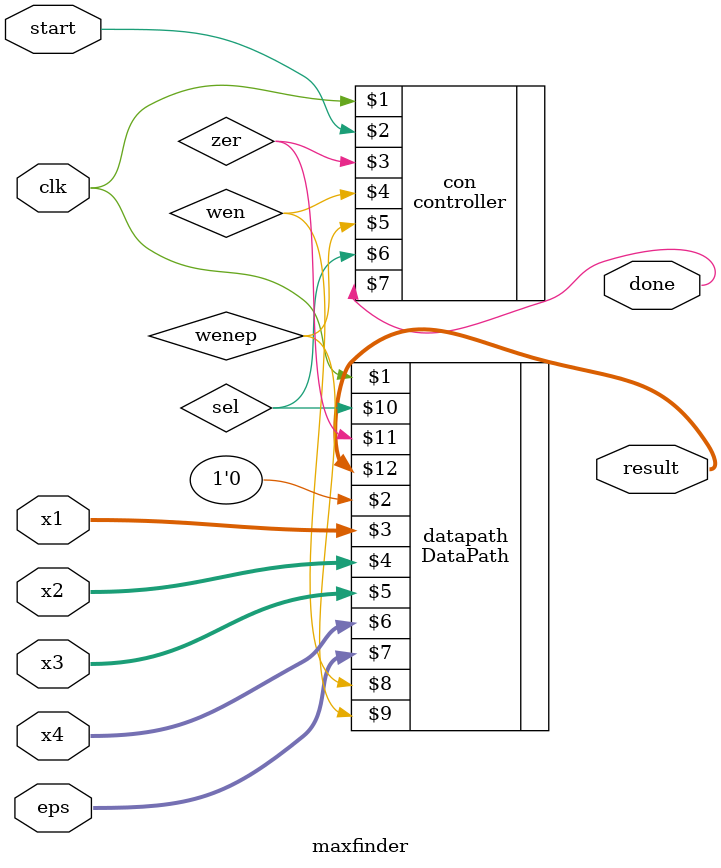
<source format=v>
module maxfinder(clk, start, x1, x2, x3, x4, eps, done, result);
input clk, start;
input [31:0] x1, x2, x3, x4, eps;
output done;
output [31:0] result;
wire wen, wenep, sel, zer;
DataPath datapath(clk, 1'b0, x1, x2, x3, x4, eps, wen, wenep, sel, zer, result);
controller con(clk, start, zer, wen, wenep, sel, done);
endmodule
</source>
